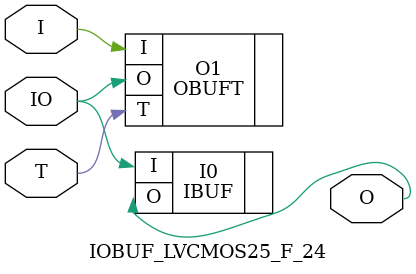
<source format=v>


`timescale  1 ps / 1 ps


module IOBUF_LVCMOS25_F_24 (O, IO, I, T);

    output O;

    inout  IO;

    input  I, T;

        OBUFT #(.IOSTANDARD("LVCMOS25"), .SLEW("FAST"), .DRIVE(24)) O1 (.O(IO), .I(I), .T(T)); 
	IBUF #(.IOSTANDARD("LVCMOS25"))  I0 (.O(O), .I(IO));
        

endmodule



</source>
